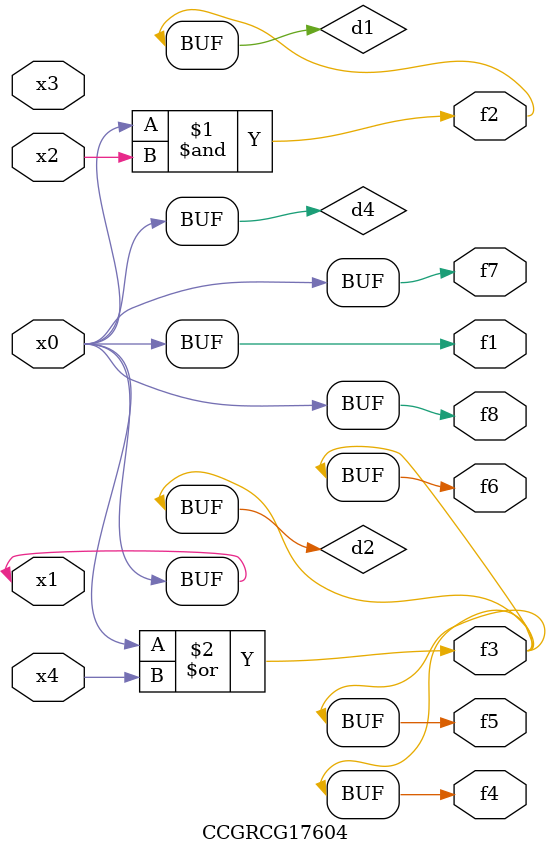
<source format=v>
module CCGRCG17604(
	input x0, x1, x2, x3, x4,
	output f1, f2, f3, f4, f5, f6, f7, f8
);

	wire d1, d2, d3, d4;

	and (d1, x0, x2);
	or (d2, x0, x4);
	nand (d3, x0, x2);
	buf (d4, x0, x1);
	assign f1 = d4;
	assign f2 = d1;
	assign f3 = d2;
	assign f4 = d2;
	assign f5 = d2;
	assign f6 = d2;
	assign f7 = d4;
	assign f8 = d4;
endmodule

</source>
